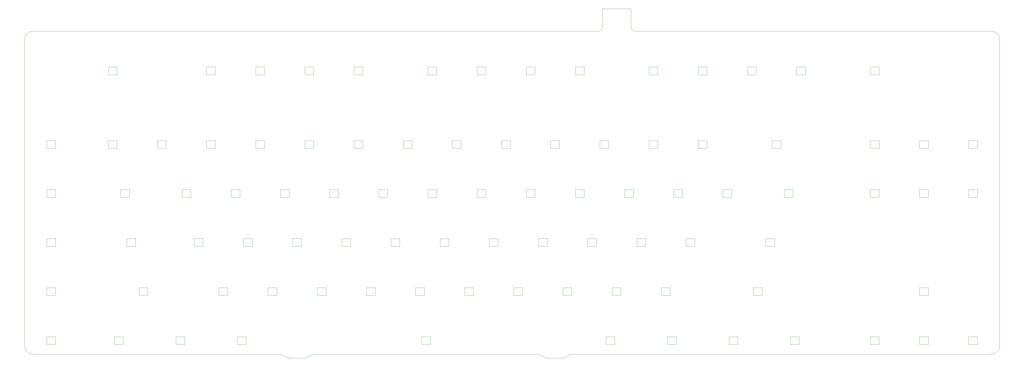
<source format=gm1>
%TF.GenerationSoftware,KiCad,Pcbnew,(5.1.10)-1*%
%TF.CreationDate,2021-12-02T22:39:20-05:00*%
%TF.ProjectId,custom_keyboard (f303),63757374-6f6d-45f6-9b65-79626f617264,rev?*%
%TF.SameCoordinates,Original*%
%TF.FileFunction,Profile,NP*%
%FSLAX46Y46*%
G04 Gerber Fmt 4.6, Leading zero omitted, Abs format (unit mm)*
G04 Created by KiCad (PCBNEW (5.1.10)-1) date 2021-12-02 22:39:20*
%MOMM*%
%LPD*%
G01*
G04 APERTURE LIST*
%TA.AperFunction,Profile*%
%ADD10C,0.100000*%
%TD*%
%TA.AperFunction,Profile*%
%ADD11C,0.050000*%
%TD*%
G04 APERTURE END LIST*
D10*
X177788800Y-283350900D02*
X81751100Y-283350900D01*
X277795000Y-283350900D02*
X190488000Y-283350900D01*
X453202700Y-283350900D02*
X290494200Y-283350900D01*
X280969800Y-284938300D02*
X277795000Y-283350900D01*
X287319400Y-284938300D02*
X290494200Y-283350900D01*
X280969800Y-284938300D02*
X287319400Y-284938300D01*
X180963600Y-284938300D02*
X177788800Y-283350900D01*
X187313200Y-284938300D02*
X190488000Y-283350900D01*
X180963600Y-284938300D02*
X187313200Y-284938300D01*
X315098900Y-157946300D02*
X453202700Y-157946300D01*
X81751100Y-157946300D02*
X300812300Y-157946300D01*
X302399700Y-156358900D02*
G75*
G02*
X300812300Y-157946300I-1587400J0D01*
G01*
X315098900Y-157946300D02*
G75*
G02*
X313511500Y-156358900I0J1587400D01*
G01*
X313511500Y-149215600D02*
X313511500Y-156358900D01*
X302399700Y-149215600D02*
X302399700Y-156358900D01*
X78576300Y-161121100D02*
G75*
G02*
X81751100Y-157946300I3174800J0D01*
G01*
X78576300Y-280176100D02*
X78576300Y-161121100D01*
X453202700Y-157946300D02*
G75*
G02*
X456377500Y-161121100I0J-3174800D01*
G01*
X456377500Y-280176100D02*
X456377500Y-161121100D01*
X81751100Y-283350900D02*
G75*
G02*
X78576300Y-280176100I0J3174800D01*
G01*
X456377500Y-280176100D02*
G75*
G02*
X453202700Y-283350900I-3174800J0D01*
G01*
X313511500Y-149215600D02*
X302399700Y-149215600D01*
D11*
%TO.C,MX83*%
X232441500Y-276582800D02*
X235841500Y-276582800D01*
X235841500Y-276582800D02*
X235841500Y-279582800D01*
X235841500Y-279582800D02*
X232441500Y-279582800D01*
X232441500Y-279582800D02*
X232441500Y-276582800D01*
%TO.C,MX29*%
X368164200Y-200387600D02*
X371564200Y-200387600D01*
X371564200Y-200387600D02*
X371564200Y-203387600D01*
X371564200Y-203387600D02*
X368164200Y-203387600D01*
X368164200Y-203387600D02*
X368164200Y-200387600D01*
%TO.C,MX27*%
X320542200Y-200387600D02*
X323942200Y-200387600D01*
X323942200Y-200387600D02*
X323942200Y-203387600D01*
X323942200Y-203387600D02*
X320542200Y-203387600D01*
X320542200Y-203387600D02*
X320542200Y-200387600D01*
%TO.C,MX28*%
X339591000Y-200387600D02*
X342991000Y-200387600D01*
X342991000Y-200387600D02*
X342991000Y-203387600D01*
X342991000Y-203387600D02*
X339591000Y-203387600D01*
X339591000Y-203387600D02*
X339591000Y-200387600D01*
%TO.C,MX87*%
X375307500Y-276582800D02*
X378707500Y-276582800D01*
X378707500Y-276582800D02*
X378707500Y-279582800D01*
X378707500Y-279582800D02*
X375307500Y-279582800D01*
X375307500Y-279582800D02*
X375307500Y-276582800D01*
%TO.C,MX86*%
X351496500Y-276582800D02*
X354896500Y-276582800D01*
X354896500Y-276582800D02*
X354896500Y-279582800D01*
X354896500Y-279582800D02*
X351496500Y-279582800D01*
X351496500Y-279582800D02*
X351496500Y-276582800D01*
%TO.C,MX85*%
X327685500Y-276582800D02*
X331085500Y-276582800D01*
X331085500Y-276582800D02*
X331085500Y-279582800D01*
X331085500Y-279582800D02*
X327685500Y-279582800D01*
X327685500Y-279582800D02*
X327685500Y-276582800D01*
%TO.C,MX84*%
X303874500Y-276582800D02*
X307274500Y-276582800D01*
X307274500Y-276582800D02*
X307274500Y-279582800D01*
X307274500Y-279582800D02*
X303874500Y-279582800D01*
X303874500Y-279582800D02*
X303874500Y-276582800D01*
%TO.C,MX82*%
X161008500Y-276582800D02*
X164408500Y-276582800D01*
X164408500Y-276582800D02*
X164408500Y-279582800D01*
X164408500Y-279582800D02*
X161008500Y-279582800D01*
X161008500Y-279582800D02*
X161008500Y-276582800D01*
%TO.C,MX81*%
X137197500Y-276582800D02*
X140597500Y-276582800D01*
X140597500Y-276582800D02*
X140597500Y-279582800D01*
X140597500Y-279582800D02*
X137197500Y-279582800D01*
X137197500Y-279582800D02*
X137197500Y-276582800D01*
%TO.C,MX80*%
X113386500Y-276582800D02*
X116786500Y-276582800D01*
X116786500Y-276582800D02*
X116786500Y-279582800D01*
X116786500Y-279582800D02*
X113386500Y-279582800D01*
X113386500Y-279582800D02*
X113386500Y-276582800D01*
%TO.C,MX53*%
X144282500Y-238485200D02*
X147682500Y-238485200D01*
X147682500Y-238485200D02*
X147682500Y-241485200D01*
X147682500Y-241485200D02*
X144282500Y-241485200D01*
X144282500Y-241485200D02*
X144282500Y-238485200D01*
%TO.C,MX90*%
X444359400Y-276582800D02*
X447759400Y-276582800D01*
X447759400Y-276582800D02*
X447759400Y-279582800D01*
X447759400Y-279582800D02*
X444359400Y-279582800D01*
X444359400Y-279582800D02*
X444359400Y-276582800D01*
%TO.C,MX89*%
X425310600Y-276582800D02*
X428710600Y-276582800D01*
X428710600Y-276582800D02*
X428710600Y-279582800D01*
X428710600Y-279582800D02*
X425310600Y-279582800D01*
X425310600Y-279582800D02*
X425310600Y-276582800D01*
%TO.C,MX88*%
X406261800Y-276582800D02*
X409661800Y-276582800D01*
X409661800Y-276582800D02*
X409661800Y-279582800D01*
X409661800Y-279582800D02*
X406261800Y-279582800D01*
X406261800Y-279582800D02*
X406261800Y-276582800D01*
%TO.C,MX79*%
X87194400Y-276582800D02*
X90594400Y-276582800D01*
X90594400Y-276582800D02*
X90594400Y-279582800D01*
X90594400Y-279582800D02*
X87194400Y-279582800D01*
X87194400Y-279582800D02*
X87194400Y-276582800D01*
%TO.C,MX78*%
X425310600Y-257534000D02*
X428710600Y-257534000D01*
X428710600Y-257534000D02*
X428710600Y-260534000D01*
X428710600Y-260534000D02*
X425310600Y-260534000D01*
X425310600Y-260534000D02*
X425310600Y-257534000D01*
%TO.C,MX77*%
X361020900Y-257534000D02*
X364420900Y-257534000D01*
X364420900Y-257534000D02*
X364420900Y-260534000D01*
X364420900Y-260534000D02*
X361020900Y-260534000D01*
X361020900Y-260534000D02*
X361020900Y-257534000D01*
%TO.C,MX76*%
X325304400Y-257534000D02*
X328704400Y-257534000D01*
X328704400Y-257534000D02*
X328704400Y-260534000D01*
X328704400Y-260534000D02*
X325304400Y-260534000D01*
X325304400Y-260534000D02*
X325304400Y-257534000D01*
%TO.C,MX75*%
X306255600Y-257534000D02*
X309655600Y-257534000D01*
X309655600Y-257534000D02*
X309655600Y-260534000D01*
X309655600Y-260534000D02*
X306255600Y-260534000D01*
X306255600Y-260534000D02*
X306255600Y-257534000D01*
%TO.C,MX74*%
X287206800Y-257534000D02*
X290606800Y-257534000D01*
X290606800Y-257534000D02*
X290606800Y-260534000D01*
X290606800Y-260534000D02*
X287206800Y-260534000D01*
X287206800Y-260534000D02*
X287206800Y-257534000D01*
%TO.C,MX73*%
X268158000Y-257534000D02*
X271558000Y-257534000D01*
X271558000Y-257534000D02*
X271558000Y-260534000D01*
X271558000Y-260534000D02*
X268158000Y-260534000D01*
X268158000Y-260534000D02*
X268158000Y-257534000D01*
%TO.C,MX72*%
X249109200Y-257534000D02*
X252509200Y-257534000D01*
X252509200Y-257534000D02*
X252509200Y-260534000D01*
X252509200Y-260534000D02*
X249109200Y-260534000D01*
X249109200Y-260534000D02*
X249109200Y-257534000D01*
%TO.C,MX71*%
X230060400Y-257534000D02*
X233460400Y-257534000D01*
X233460400Y-257534000D02*
X233460400Y-260534000D01*
X233460400Y-260534000D02*
X230060400Y-260534000D01*
X230060400Y-260534000D02*
X230060400Y-257534000D01*
%TO.C,MX70*%
X211011600Y-257534000D02*
X214411600Y-257534000D01*
X214411600Y-257534000D02*
X214411600Y-260534000D01*
X214411600Y-260534000D02*
X211011600Y-260534000D01*
X211011600Y-260534000D02*
X211011600Y-257534000D01*
%TO.C,MX69*%
X191962800Y-257534000D02*
X195362800Y-257534000D01*
X195362800Y-257534000D02*
X195362800Y-260534000D01*
X195362800Y-260534000D02*
X191962800Y-260534000D01*
X191962800Y-260534000D02*
X191962800Y-257534000D01*
%TO.C,MX68*%
X172914000Y-257534000D02*
X176314000Y-257534000D01*
X176314000Y-257534000D02*
X176314000Y-260534000D01*
X176314000Y-260534000D02*
X172914000Y-260534000D01*
X172914000Y-260534000D02*
X172914000Y-257534000D01*
%TO.C,MX67*%
X153865200Y-257534000D02*
X157265200Y-257534000D01*
X157265200Y-257534000D02*
X157265200Y-260534000D01*
X157265200Y-260534000D02*
X153865200Y-260534000D01*
X153865200Y-260534000D02*
X153865200Y-257534000D01*
%TO.C,MX66*%
X122910900Y-257534000D02*
X126310900Y-257534000D01*
X126310900Y-257534000D02*
X126310900Y-260534000D01*
X126310900Y-260534000D02*
X122910900Y-260534000D01*
X122910900Y-260534000D02*
X122910900Y-257534000D01*
%TO.C,MX65*%
X87194400Y-257534000D02*
X90594400Y-257534000D01*
X90594400Y-257534000D02*
X90594400Y-260534000D01*
X90594400Y-260534000D02*
X87194400Y-260534000D01*
X87194400Y-260534000D02*
X87194400Y-257534000D01*
%TO.C,MX64*%
X365783100Y-238485200D02*
X369183100Y-238485200D01*
X369183100Y-238485200D02*
X369183100Y-241485200D01*
X369183100Y-241485200D02*
X365783100Y-241485200D01*
X365783100Y-241485200D02*
X365783100Y-238485200D01*
%TO.C,MX63*%
X334828800Y-238485200D02*
X338228800Y-238485200D01*
X338228800Y-238485200D02*
X338228800Y-241485200D01*
X338228800Y-241485200D02*
X334828800Y-241485200D01*
X334828800Y-241485200D02*
X334828800Y-238485200D01*
%TO.C,MX62*%
X315780000Y-238485200D02*
X319180000Y-238485200D01*
X319180000Y-238485200D02*
X319180000Y-241485200D01*
X319180000Y-241485200D02*
X315780000Y-241485200D01*
X315780000Y-241485200D02*
X315780000Y-238485200D01*
%TO.C,MX61*%
X296731200Y-238485200D02*
X300131200Y-238485200D01*
X300131200Y-238485200D02*
X300131200Y-241485200D01*
X300131200Y-241485200D02*
X296731200Y-241485200D01*
X296731200Y-241485200D02*
X296731200Y-238485200D01*
%TO.C,MX60*%
X277682400Y-238485200D02*
X281082400Y-238485200D01*
X281082400Y-238485200D02*
X281082400Y-241485200D01*
X281082400Y-241485200D02*
X277682400Y-241485200D01*
X277682400Y-241485200D02*
X277682400Y-238485200D01*
%TO.C,MX59*%
X258633600Y-238485200D02*
X262033600Y-238485200D01*
X262033600Y-238485200D02*
X262033600Y-241485200D01*
X262033600Y-241485200D02*
X258633600Y-241485200D01*
X258633600Y-241485200D02*
X258633600Y-238485200D01*
%TO.C,MX58*%
X239584800Y-238485200D02*
X242984800Y-238485200D01*
X242984800Y-238485200D02*
X242984800Y-241485200D01*
X242984800Y-241485200D02*
X239584800Y-241485200D01*
X239584800Y-241485200D02*
X239584800Y-238485200D01*
%TO.C,MX57*%
X220536000Y-238485200D02*
X223936000Y-238485200D01*
X223936000Y-238485200D02*
X223936000Y-241485200D01*
X223936000Y-241485200D02*
X220536000Y-241485200D01*
X220536000Y-241485200D02*
X220536000Y-238485200D01*
%TO.C,MX56*%
X201487200Y-238485200D02*
X204887200Y-238485200D01*
X204887200Y-238485200D02*
X204887200Y-241485200D01*
X204887200Y-241485200D02*
X201487200Y-241485200D01*
X201487200Y-241485200D02*
X201487200Y-238485200D01*
%TO.C,MX55*%
X182438400Y-238485200D02*
X185838400Y-238485200D01*
X185838400Y-238485200D02*
X185838400Y-241485200D01*
X185838400Y-241485200D02*
X182438400Y-241485200D01*
X182438400Y-241485200D02*
X182438400Y-238485200D01*
%TO.C,MX54*%
X163389600Y-238485200D02*
X166789600Y-238485200D01*
X166789600Y-238485200D02*
X166789600Y-241485200D01*
X166789600Y-241485200D02*
X163389600Y-241485200D01*
X163389600Y-241485200D02*
X163389600Y-238485200D01*
%TO.C,MX52*%
X118148700Y-238485200D02*
X121548700Y-238485200D01*
X121548700Y-238485200D02*
X121548700Y-241485200D01*
X121548700Y-241485200D02*
X118148700Y-241485200D01*
X118148700Y-241485200D02*
X118148700Y-238485200D01*
%TO.C,MX51*%
X87194400Y-238485200D02*
X90594400Y-238485200D01*
X90594400Y-238485200D02*
X90594400Y-241485200D01*
X90594400Y-241485200D02*
X87194400Y-241485200D01*
X87194400Y-241485200D02*
X87194400Y-238485200D01*
%TO.C,MX50*%
X444359400Y-219436400D02*
X447759400Y-219436400D01*
X447759400Y-219436400D02*
X447759400Y-222436400D01*
X447759400Y-222436400D02*
X444359400Y-222436400D01*
X444359400Y-222436400D02*
X444359400Y-219436400D01*
%TO.C,MX49*%
X425310600Y-219436400D02*
X428710600Y-219436400D01*
X428710600Y-219436400D02*
X428710600Y-222436400D01*
X428710600Y-222436400D02*
X425310600Y-222436400D01*
X425310600Y-222436400D02*
X425310600Y-219436400D01*
%TO.C,MX48*%
X406261800Y-219436400D02*
X409661800Y-219436400D01*
X409661800Y-219436400D02*
X409661800Y-222436400D01*
X409661800Y-222436400D02*
X406261800Y-222436400D01*
X406261800Y-222436400D02*
X406261800Y-219436400D01*
%TO.C,MX47*%
X372926400Y-219436400D02*
X376326400Y-219436400D01*
X376326400Y-219436400D02*
X376326400Y-222436400D01*
X376326400Y-222436400D02*
X372926400Y-222436400D01*
X372926400Y-222436400D02*
X372926400Y-219436400D01*
%TO.C,MX46*%
X349115400Y-219436400D02*
X352515400Y-219436400D01*
X352515400Y-219436400D02*
X352515400Y-222436400D01*
X352515400Y-222436400D02*
X349115400Y-222436400D01*
X349115400Y-222436400D02*
X349115400Y-219436400D01*
%TO.C,MX45*%
X330066600Y-219436400D02*
X333466600Y-219436400D01*
X333466600Y-219436400D02*
X333466600Y-222436400D01*
X333466600Y-222436400D02*
X330066600Y-222436400D01*
X330066600Y-222436400D02*
X330066600Y-219436400D01*
%TO.C,MX44*%
X311017800Y-219436400D02*
X314417800Y-219436400D01*
X314417800Y-219436400D02*
X314417800Y-222436400D01*
X314417800Y-222436400D02*
X311017800Y-222436400D01*
X311017800Y-222436400D02*
X311017800Y-219436400D01*
%TO.C,MX43*%
X291969000Y-219436400D02*
X295369000Y-219436400D01*
X295369000Y-219436400D02*
X295369000Y-222436400D01*
X295369000Y-222436400D02*
X291969000Y-222436400D01*
X291969000Y-222436400D02*
X291969000Y-219436400D01*
%TO.C,MX42*%
X272920200Y-219436400D02*
X276320200Y-219436400D01*
X276320200Y-219436400D02*
X276320200Y-222436400D01*
X276320200Y-222436400D02*
X272920200Y-222436400D01*
X272920200Y-222436400D02*
X272920200Y-219436400D01*
%TO.C,MX41*%
X253871400Y-219436400D02*
X257271400Y-219436400D01*
X257271400Y-219436400D02*
X257271400Y-222436400D01*
X257271400Y-222436400D02*
X253871400Y-222436400D01*
X253871400Y-222436400D02*
X253871400Y-219436400D01*
%TO.C,MX40*%
X234822600Y-219436400D02*
X238222600Y-219436400D01*
X238222600Y-219436400D02*
X238222600Y-222436400D01*
X238222600Y-222436400D02*
X234822600Y-222436400D01*
X234822600Y-222436400D02*
X234822600Y-219436400D01*
%TO.C,MX39*%
X215773800Y-219436400D02*
X219173800Y-219436400D01*
X219173800Y-219436400D02*
X219173800Y-222436400D01*
X219173800Y-222436400D02*
X215773800Y-222436400D01*
X215773800Y-222436400D02*
X215773800Y-219436400D01*
%TO.C,MX38*%
X196725000Y-219436400D02*
X200125000Y-219436400D01*
X200125000Y-219436400D02*
X200125000Y-222436400D01*
X200125000Y-222436400D02*
X196725000Y-222436400D01*
X196725000Y-222436400D02*
X196725000Y-219436400D01*
%TO.C,MX37*%
X177676200Y-219436400D02*
X181076200Y-219436400D01*
X181076200Y-219436400D02*
X181076200Y-222436400D01*
X181076200Y-222436400D02*
X177676200Y-222436400D01*
X177676200Y-222436400D02*
X177676200Y-219436400D01*
%TO.C,MX36*%
X158627400Y-219436400D02*
X162027400Y-219436400D01*
X162027400Y-219436400D02*
X162027400Y-222436400D01*
X162027400Y-222436400D02*
X158627400Y-222436400D01*
X158627400Y-222436400D02*
X158627400Y-219436400D01*
%TO.C,MX35*%
X139578600Y-219436400D02*
X142978600Y-219436400D01*
X142978600Y-219436400D02*
X142978600Y-222436400D01*
X142978600Y-222436400D02*
X139578600Y-222436400D01*
X139578600Y-222436400D02*
X139578600Y-219436400D01*
%TO.C,MX34*%
X115767600Y-219436400D02*
X119167600Y-219436400D01*
X119167600Y-219436400D02*
X119167600Y-222436400D01*
X119167600Y-222436400D02*
X115767600Y-222436400D01*
X115767600Y-222436400D02*
X115767600Y-219436400D01*
%TO.C,MX33*%
X87194400Y-219436400D02*
X90594400Y-219436400D01*
X90594400Y-219436400D02*
X90594400Y-222436400D01*
X90594400Y-222436400D02*
X87194400Y-222436400D01*
X87194400Y-222436400D02*
X87194400Y-219436400D01*
%TO.C,MX32*%
X444359400Y-200387600D02*
X447759400Y-200387600D01*
X447759400Y-200387600D02*
X447759400Y-203387600D01*
X447759400Y-203387600D02*
X444359400Y-203387600D01*
X444359400Y-203387600D02*
X444359400Y-200387600D01*
%TO.C,MX31*%
X425310600Y-200387600D02*
X428710600Y-200387600D01*
X428710600Y-200387600D02*
X428710600Y-203387600D01*
X428710600Y-203387600D02*
X425310600Y-203387600D01*
X425310600Y-203387600D02*
X425310600Y-200387600D01*
%TO.C,MX30*%
X406261800Y-200387600D02*
X409661800Y-200387600D01*
X409661800Y-200387600D02*
X409661800Y-203387600D01*
X409661800Y-203387600D02*
X406261800Y-203387600D01*
X406261800Y-203387600D02*
X406261800Y-200387600D01*
%TO.C,MX26*%
X301493400Y-200387600D02*
X304893400Y-200387600D01*
X304893400Y-200387600D02*
X304893400Y-203387600D01*
X304893400Y-203387600D02*
X301493400Y-203387600D01*
X301493400Y-203387600D02*
X301493400Y-200387600D01*
%TO.C,MX25*%
X282444600Y-200387600D02*
X285844600Y-200387600D01*
X285844600Y-200387600D02*
X285844600Y-203387600D01*
X285844600Y-203387600D02*
X282444600Y-203387600D01*
X282444600Y-203387600D02*
X282444600Y-200387600D01*
%TO.C,MX24*%
X263395800Y-200387600D02*
X266795800Y-200387600D01*
X266795800Y-200387600D02*
X266795800Y-203387600D01*
X266795800Y-203387600D02*
X263395800Y-203387600D01*
X263395800Y-203387600D02*
X263395800Y-200387600D01*
%TO.C,MX23*%
X244347000Y-200387600D02*
X247747000Y-200387600D01*
X247747000Y-200387600D02*
X247747000Y-203387600D01*
X247747000Y-203387600D02*
X244347000Y-203387600D01*
X244347000Y-203387600D02*
X244347000Y-200387600D01*
%TO.C,MX22*%
X225298200Y-200387600D02*
X228698200Y-200387600D01*
X228698200Y-200387600D02*
X228698200Y-203387600D01*
X228698200Y-203387600D02*
X225298200Y-203387600D01*
X225298200Y-203387600D02*
X225298200Y-200387600D01*
%TO.C,MX21*%
X206249400Y-200387600D02*
X209649400Y-200387600D01*
X209649400Y-200387600D02*
X209649400Y-203387600D01*
X209649400Y-203387600D02*
X206249400Y-203387600D01*
X206249400Y-203387600D02*
X206249400Y-200387600D01*
%TO.C,MX20*%
X187200600Y-200387600D02*
X190600600Y-200387600D01*
X190600600Y-200387600D02*
X190600600Y-203387600D01*
X190600600Y-203387600D02*
X187200600Y-203387600D01*
X187200600Y-203387600D02*
X187200600Y-200387600D01*
%TO.C,MX19*%
X168151800Y-200387600D02*
X171551800Y-200387600D01*
X171551800Y-200387600D02*
X171551800Y-203387600D01*
X171551800Y-203387600D02*
X168151800Y-203387600D01*
X168151800Y-203387600D02*
X168151800Y-200387600D01*
%TO.C,MX18*%
X149103000Y-200387600D02*
X152503000Y-200387600D01*
X152503000Y-200387600D02*
X152503000Y-203387600D01*
X152503000Y-203387600D02*
X149103000Y-203387600D01*
X149103000Y-203387600D02*
X149103000Y-200387600D01*
%TO.C,MX17*%
X130054200Y-200387600D02*
X133454200Y-200387600D01*
X133454200Y-200387600D02*
X133454200Y-203387600D01*
X133454200Y-203387600D02*
X130054200Y-203387600D01*
X130054200Y-203387600D02*
X130054200Y-200387600D01*
%TO.C,MX16*%
X111005400Y-200387600D02*
X114405400Y-200387600D01*
X114405400Y-200387600D02*
X114405400Y-203387600D01*
X114405400Y-203387600D02*
X111005400Y-203387600D01*
X111005400Y-203387600D02*
X111005400Y-200387600D01*
%TO.C,MX15*%
X87194400Y-200387600D02*
X90594400Y-200387600D01*
X90594400Y-200387600D02*
X90594400Y-203387600D01*
X90594400Y-203387600D02*
X87194400Y-203387600D01*
X87194400Y-203387600D02*
X87194400Y-200387600D01*
%TO.C,MX14*%
X406261800Y-171814400D02*
X409661800Y-171814400D01*
X409661800Y-171814400D02*
X409661800Y-174814400D01*
X409661800Y-174814400D02*
X406261800Y-174814400D01*
X406261800Y-174814400D02*
X406261800Y-171814400D01*
%TO.C,MX13*%
X377688600Y-171814400D02*
X381088600Y-171814400D01*
X381088600Y-171814400D02*
X381088600Y-174814400D01*
X381088600Y-174814400D02*
X377688600Y-174814400D01*
X377688600Y-174814400D02*
X377688600Y-171814400D01*
%TO.C,MX12*%
X358639800Y-171814400D02*
X362039800Y-171814400D01*
X362039800Y-171814400D02*
X362039800Y-174814400D01*
X362039800Y-174814400D02*
X358639800Y-174814400D01*
X358639800Y-174814400D02*
X358639800Y-171814400D01*
%TO.C,MX11*%
X339591000Y-171814400D02*
X342991000Y-171814400D01*
X342991000Y-171814400D02*
X342991000Y-174814400D01*
X342991000Y-174814400D02*
X339591000Y-174814400D01*
X339591000Y-174814400D02*
X339591000Y-171814400D01*
%TO.C,MX10*%
X320542200Y-171814400D02*
X323942200Y-171814400D01*
X323942200Y-171814400D02*
X323942200Y-174814400D01*
X323942200Y-174814400D02*
X320542200Y-174814400D01*
X320542200Y-174814400D02*
X320542200Y-171814400D01*
%TO.C,MX9*%
X291969000Y-171814400D02*
X295369000Y-171814400D01*
X295369000Y-171814400D02*
X295369000Y-174814400D01*
X295369000Y-174814400D02*
X291969000Y-174814400D01*
X291969000Y-174814400D02*
X291969000Y-171814400D01*
%TO.C,MX8*%
X272920200Y-171814400D02*
X276320200Y-171814400D01*
X276320200Y-171814400D02*
X276320200Y-174814400D01*
X276320200Y-174814400D02*
X272920200Y-174814400D01*
X272920200Y-174814400D02*
X272920200Y-171814400D01*
%TO.C,MX7*%
X253871400Y-171814400D02*
X257271400Y-171814400D01*
X257271400Y-171814400D02*
X257271400Y-174814400D01*
X257271400Y-174814400D02*
X253871400Y-174814400D01*
X253871400Y-174814400D02*
X253871400Y-171814400D01*
%TO.C,MX6*%
X234822600Y-171814400D02*
X238222600Y-171814400D01*
X238222600Y-171814400D02*
X238222600Y-174814400D01*
X238222600Y-174814400D02*
X234822600Y-174814400D01*
X234822600Y-174814400D02*
X234822600Y-171814400D01*
%TO.C,MX5*%
X206249400Y-171814400D02*
X209649400Y-171814400D01*
X209649400Y-171814400D02*
X209649400Y-174814400D01*
X209649400Y-174814400D02*
X206249400Y-174814400D01*
X206249400Y-174814400D02*
X206249400Y-171814400D01*
%TO.C,MX4*%
X187200600Y-171814400D02*
X190600600Y-171814400D01*
X190600600Y-171814400D02*
X190600600Y-174814400D01*
X190600600Y-174814400D02*
X187200600Y-174814400D01*
X187200600Y-174814400D02*
X187200600Y-171814400D01*
%TO.C,MX3*%
X168151800Y-171814400D02*
X171551800Y-171814400D01*
X171551800Y-171814400D02*
X171551800Y-174814400D01*
X171551800Y-174814400D02*
X168151800Y-174814400D01*
X168151800Y-174814400D02*
X168151800Y-171814400D01*
%TO.C,MX2*%
X149103000Y-171814400D02*
X152503000Y-171814400D01*
X152503000Y-171814400D02*
X152503000Y-174814400D01*
X152503000Y-174814400D02*
X149103000Y-174814400D01*
X149103000Y-174814400D02*
X149103000Y-171814400D01*
%TO.C,MX1*%
X111005400Y-171814400D02*
X114405400Y-171814400D01*
X114405400Y-171814400D02*
X114405400Y-174814400D01*
X114405400Y-174814400D02*
X111005400Y-174814400D01*
X111005400Y-174814400D02*
X111005400Y-171814400D01*
%TD*%
M02*

</source>
